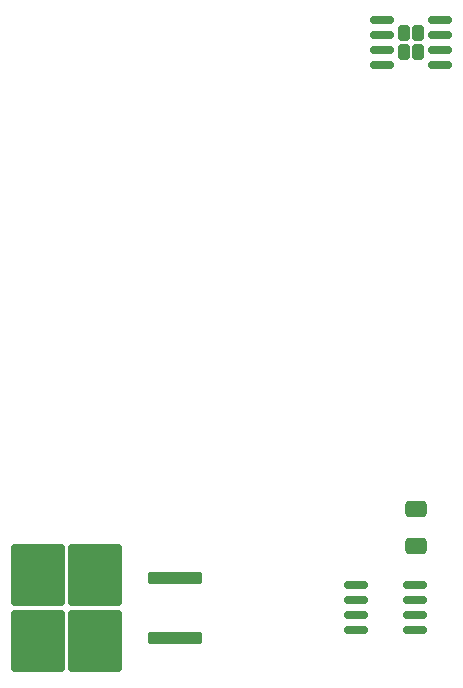
<source format=gbr>
%TF.GenerationSoftware,KiCad,Pcbnew,7.0.5*%
%TF.CreationDate,2023-06-27T21:04:27+02:00*%
%TF.ProjectId,ESP32RIO,45535033-3252-4494-9f2e-6b696361645f,rev?*%
%TF.SameCoordinates,Original*%
%TF.FileFunction,Paste,Top*%
%TF.FilePolarity,Positive*%
%FSLAX46Y46*%
G04 Gerber Fmt 4.6, Leading zero omitted, Abs format (unit mm)*
G04 Created by KiCad (PCBNEW 7.0.5) date 2023-06-27 21:04:27*
%MOMM*%
%LPD*%
G01*
G04 APERTURE LIST*
G04 Aperture macros list*
%AMRoundRect*
0 Rectangle with rounded corners*
0 $1 Rounding radius*
0 $2 $3 $4 $5 $6 $7 $8 $9 X,Y pos of 4 corners*
0 Add a 4 corners polygon primitive as box body*
4,1,4,$2,$3,$4,$5,$6,$7,$8,$9,$2,$3,0*
0 Add four circle primitives for the rounded corners*
1,1,$1+$1,$2,$3*
1,1,$1+$1,$4,$5*
1,1,$1+$1,$6,$7*
1,1,$1+$1,$8,$9*
0 Add four rect primitives between the rounded corners*
20,1,$1+$1,$2,$3,$4,$5,0*
20,1,$1+$1,$4,$5,$6,$7,0*
20,1,$1+$1,$6,$7,$8,$9,0*
20,1,$1+$1,$8,$9,$2,$3,0*%
G04 Aperture macros list end*
%ADD10RoundRect,0.250000X0.650000X-0.412500X0.650000X0.412500X-0.650000X0.412500X-0.650000X-0.412500X0*%
%ADD11RoundRect,0.242500X-0.242500X-0.422500X0.242500X-0.422500X0.242500X0.422500X-0.242500X0.422500X0*%
%ADD12RoundRect,0.150000X-0.825000X-0.150000X0.825000X-0.150000X0.825000X0.150000X-0.825000X0.150000X0*%
%ADD13RoundRect,0.250000X2.050000X0.300000X-2.050000X0.300000X-2.050000X-0.300000X2.050000X-0.300000X0*%
%ADD14RoundRect,0.250000X2.025000X2.375000X-2.025000X2.375000X-2.025000X-2.375000X2.025000X-2.375000X0*%
G04 APERTURE END LIST*
D10*
%TO.C,C1*%
X171500000Y-104312500D03*
X171500000Y-101187500D03*
%TD*%
D11*
%TO.C,U21*%
X170500000Y-60850000D03*
X170500000Y-62500000D03*
X171700000Y-60850000D03*
X171700000Y-62500000D03*
D12*
X168625000Y-59770000D03*
X168625000Y-61040000D03*
X168625000Y-62310000D03*
X168625000Y-63580000D03*
X173575000Y-63580000D03*
X173575000Y-62310000D03*
X173575000Y-61040000D03*
X173575000Y-59770000D03*
%TD*%
D13*
%TO.C,U15*%
X151075000Y-112065000D03*
D14*
X144350000Y-112300000D03*
X144350000Y-106750000D03*
X139500000Y-112300000D03*
X139500000Y-106750000D03*
D13*
X151075000Y-106985000D03*
%TD*%
D12*
%TO.C,U22*%
X166455000Y-107595000D03*
X166455000Y-108865000D03*
X166455000Y-110135000D03*
X166455000Y-111405000D03*
X171405000Y-111405000D03*
X171405000Y-110135000D03*
X171405000Y-108865000D03*
X171405000Y-107595000D03*
%TD*%
M02*

</source>
